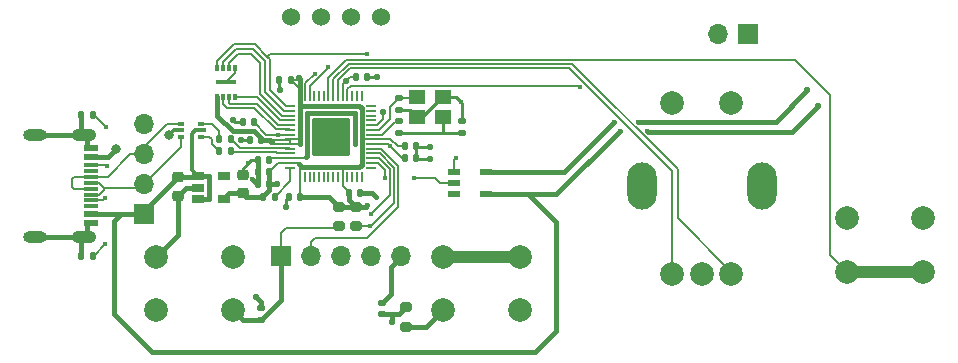
<source format=gbr>
%TF.GenerationSoftware,KiCad,Pcbnew,(7.0.0)*%
%TF.CreationDate,2023-06-29T16:26:30+02:00*%
%TF.ProjectId,V0_Display,56305f44-6973-4706-9c61-792e6b696361,rev?*%
%TF.SameCoordinates,Original*%
%TF.FileFunction,Copper,L2,Bot*%
%TF.FilePolarity,Positive*%
%FSLAX46Y46*%
G04 Gerber Fmt 4.6, Leading zero omitted, Abs format (unit mm)*
G04 Created by KiCad (PCBNEW (7.0.0)) date 2023-06-29 16:26:30*
%MOMM*%
%LPD*%
G01*
G04 APERTURE LIST*
G04 Aperture macros list*
%AMRoundRect*
0 Rectangle with rounded corners*
0 $1 Rounding radius*
0 $2 $3 $4 $5 $6 $7 $8 $9 X,Y pos of 4 corners*
0 Add a 4 corners polygon primitive as box body*
4,1,4,$2,$3,$4,$5,$6,$7,$8,$9,$2,$3,0*
0 Add four circle primitives for the rounded corners*
1,1,$1+$1,$2,$3*
1,1,$1+$1,$4,$5*
1,1,$1+$1,$6,$7*
1,1,$1+$1,$8,$9*
0 Add four rect primitives between the rounded corners*
20,1,$1+$1,$2,$3,$4,$5,0*
20,1,$1+$1,$4,$5,$6,$7,0*
20,1,$1+$1,$6,$7,$8,$9,0*
20,1,$1+$1,$8,$9,$2,$3,0*%
G04 Aperture macros list end*
%TA.AperFunction,SMDPad,CuDef*%
%ADD10RoundRect,0.140000X-0.140000X-0.170000X0.140000X-0.170000X0.140000X0.170000X-0.140000X0.170000X0*%
%TD*%
%TA.AperFunction,SMDPad,CuDef*%
%ADD11RoundRect,0.200000X-0.275000X0.200000X-0.275000X-0.200000X0.275000X-0.200000X0.275000X0.200000X0*%
%TD*%
%TA.AperFunction,ComponentPad*%
%ADD12C,2.000000*%
%TD*%
%TA.AperFunction,ComponentPad*%
%ADD13O,2.500000X4.000000*%
%TD*%
%TA.AperFunction,ComponentPad*%
%ADD14C,1.524000*%
%TD*%
%TA.AperFunction,SMDPad,CuDef*%
%ADD15RoundRect,0.135000X0.135000X0.185000X-0.135000X0.185000X-0.135000X-0.185000X0.135000X-0.185000X0*%
%TD*%
%TA.AperFunction,SMDPad,CuDef*%
%ADD16RoundRect,0.140000X0.140000X0.170000X-0.140000X0.170000X-0.140000X-0.170000X0.140000X-0.170000X0*%
%TD*%
%TA.AperFunction,SMDPad,CuDef*%
%ADD17RoundRect,0.135000X-0.135000X-0.185000X0.135000X-0.185000X0.135000X0.185000X-0.135000X0.185000X0*%
%TD*%
%TA.AperFunction,SMDPad,CuDef*%
%ADD18RoundRect,0.140000X-0.170000X0.140000X-0.170000X-0.140000X0.170000X-0.140000X0.170000X0.140000X0*%
%TD*%
%TA.AperFunction,SMDPad,CuDef*%
%ADD19RoundRect,0.140000X0.170000X-0.140000X0.170000X0.140000X-0.170000X0.140000X-0.170000X-0.140000X0*%
%TD*%
%TA.AperFunction,ComponentPad*%
%ADD20R,1.700000X1.700000*%
%TD*%
%TA.AperFunction,ComponentPad*%
%ADD21O,1.700000X1.700000*%
%TD*%
%TA.AperFunction,SMDPad,CuDef*%
%ADD22RoundRect,0.135000X0.185000X-0.135000X0.185000X0.135000X-0.185000X0.135000X-0.185000X-0.135000X0*%
%TD*%
%TA.AperFunction,SMDPad,CuDef*%
%ADD23RoundRect,0.200000X0.275000X-0.200000X0.275000X0.200000X-0.275000X0.200000X-0.275000X-0.200000X0*%
%TD*%
%TA.AperFunction,SMDPad,CuDef*%
%ADD24RoundRect,0.225000X-0.250000X0.225000X-0.250000X-0.225000X0.250000X-0.225000X0.250000X0.225000X0*%
%TD*%
%TA.AperFunction,SMDPad,CuDef*%
%ADD25R,1.060000X0.650000*%
%TD*%
%TA.AperFunction,SMDPad,CuDef*%
%ADD26R,1.050000X0.600000*%
%TD*%
%TA.AperFunction,SMDPad,CuDef*%
%ADD27R,0.500000X0.375000*%
%TD*%
%TA.AperFunction,SMDPad,CuDef*%
%ADD28R,0.650000X0.300000*%
%TD*%
%TA.AperFunction,SMDPad,CuDef*%
%ADD29RoundRect,0.225000X0.250000X-0.225000X0.250000X0.225000X-0.250000X0.225000X-0.250000X-0.225000X0*%
%TD*%
%TA.AperFunction,SMDPad,CuDef*%
%ADD30R,0.300000X0.600000*%
%TD*%
%TA.AperFunction,SMDPad,CuDef*%
%ADD31R,1.700000X0.300000*%
%TD*%
%TA.AperFunction,SMDPad,CuDef*%
%ADD32RoundRect,0.050000X0.050000X-0.387500X0.050000X0.387500X-0.050000X0.387500X-0.050000X-0.387500X0*%
%TD*%
%TA.AperFunction,SMDPad,CuDef*%
%ADD33RoundRect,0.050000X0.387500X-0.050000X0.387500X0.050000X-0.387500X0.050000X-0.387500X-0.050000X0*%
%TD*%
%TA.AperFunction,ComponentPad*%
%ADD34C,0.600000*%
%TD*%
%TA.AperFunction,SMDPad,CuDef*%
%ADD35RoundRect,0.144000X1.456000X-1.456000X1.456000X1.456000X-1.456000X1.456000X-1.456000X-1.456000X0*%
%TD*%
%TA.AperFunction,SMDPad,CuDef*%
%ADD36RoundRect,0.147500X0.147500X0.172500X-0.147500X0.172500X-0.147500X-0.172500X0.147500X-0.172500X0*%
%TD*%
%TA.AperFunction,SMDPad,CuDef*%
%ADD37R,1.400000X1.200000*%
%TD*%
%TA.AperFunction,SMDPad,CuDef*%
%ADD38R,1.150000X0.600000*%
%TD*%
%TA.AperFunction,SMDPad,CuDef*%
%ADD39R,1.150000X0.300000*%
%TD*%
%TA.AperFunction,ComponentPad*%
%ADD40O,2.100000X1.050000*%
%TD*%
%TA.AperFunction,ComponentPad*%
%ADD41O,2.000000X1.000000*%
%TD*%
%TA.AperFunction,ViaPad*%
%ADD42C,0.400000*%
%TD*%
%TA.AperFunction,ViaPad*%
%ADD43C,0.550000*%
%TD*%
%TA.AperFunction,ViaPad*%
%ADD44C,0.800000*%
%TD*%
%TA.AperFunction,Conductor*%
%ADD45C,0.200000*%
%TD*%
%TA.AperFunction,Conductor*%
%ADD46C,0.400000*%
%TD*%
%TA.AperFunction,Conductor*%
%ADD47C,0.250000*%
%TD*%
%TA.AperFunction,Conductor*%
%ADD48C,0.300000*%
%TD*%
%TA.AperFunction,Conductor*%
%ADD49C,1.000000*%
%TD*%
G04 APERTURE END LIST*
D10*
%TO.P,C10,1*%
%TO.N,3.3V*%
X107750000Y-67000000D03*
%TO.P,C10,2*%
%TO.N,GND*%
X106790000Y-67000000D03*
%TD*%
D11*
%TO.P,R1,1*%
%TO.N,Net-(SW5-B)*%
X119360000Y-79085000D03*
%TO.P,R1,2*%
%TO.N,GND*%
X119360000Y-77435000D03*
%TD*%
D12*
%TO.P,SW6,1,A*%
%TO.N,GND*%
X156670000Y-69900000D03*
X163170000Y-69900000D03*
%TO.P,SW6,2,B*%
%TO.N,Kill_Switch*%
X156670000Y-74400000D03*
X163170000Y-74400000D03*
%TD*%
%TO.P,SW7,A,A*%
%TO.N,Encoder_A*%
X141920000Y-74650000D03*
%TO.P,SW7,B,B*%
%TO.N,Encoder_B*%
X146920000Y-74650000D03*
%TO.P,SW7,C,C*%
%TO.N,GND*%
X144420000Y-74650000D03*
D13*
%TO.P,SW7,MP,MP*%
X139339999Y-67149999D03*
X149499999Y-67149999D03*
D12*
%TO.P,SW7,S1,S1*%
%TO.N,Encoder_Switch*%
X141920000Y-60150000D03*
%TO.P,SW7,S2,S2*%
%TO.N,GND*%
X146920000Y-60150000D03*
%TD*%
D14*
%TO.P,J2,1,Pin_1*%
%TO.N,GND*%
X109660000Y-52850000D03*
%TO.P,J2,2,Pin_2*%
%TO.N,3.3V*%
X112200000Y-52850000D03*
%TO.P,J2,3,Pin_3*%
%TO.N,SCL*%
X114740000Y-52850000D03*
%TO.P,J2,4,Pin_4*%
%TO.N,SDA*%
X117280000Y-52850000D03*
%TD*%
D10*
%TO.P,C12,1*%
%TO.N,3.3V*%
X109600000Y-58150000D03*
%TO.P,C12,2*%
%TO.N,GND*%
X108640000Y-58150000D03*
%TD*%
D15*
%TO.P,R5,1*%
%TO.N,GND*%
X91810000Y-73050000D03*
%TO.P,R5,2*%
%TO.N,Net-(J4-CC1)*%
X92830000Y-73050000D03*
%TD*%
D16*
%TO.P,C11,1*%
%TO.N,3.3V*%
X119290000Y-63800000D03*
%TO.P,C11,2*%
%TO.N,GND*%
X120250000Y-63800000D03*
%TD*%
D10*
%TO.P,C14,1*%
%TO.N,3.3V*%
X110400000Y-68050000D03*
%TO.P,C14,2*%
%TO.N,GND*%
X109440000Y-68050000D03*
%TD*%
D17*
%TO.P,R6,1*%
%TO.N,Net-(J4-CC2)*%
X92830000Y-61150000D03*
%TO.P,R6,2*%
%TO.N,GND*%
X91810000Y-61150000D03*
%TD*%
D18*
%TO.P,C8,1*%
%TO.N,RUN*%
X107080000Y-78470000D03*
%TO.P,C8,2*%
%TO.N,GND*%
X107080000Y-77510000D03*
%TD*%
D10*
%TO.P,C9,1*%
%TO.N,1.1V*%
X107750000Y-64950000D03*
%TO.P,C9,2*%
%TO.N,GND*%
X106790000Y-64950000D03*
%TD*%
D19*
%TO.P,C5,1*%
%TO.N,3.3V*%
X117320000Y-77070000D03*
%TO.P,C5,2*%
%TO.N,GND*%
X117320000Y-78030000D03*
%TD*%
D10*
%TO.P,C7,1*%
%TO.N,1.1V*%
X106500000Y-61750000D03*
%TO.P,C7,2*%
%TO.N,GND*%
X105540000Y-61750000D03*
%TD*%
%TO.P,C16,1*%
%TO.N,3.3V*%
X107750000Y-66000000D03*
%TO.P,C16,2*%
%TO.N,GND*%
X106790000Y-66000000D03*
%TD*%
%TO.P,C17,1*%
%TO.N,3.3V*%
X107100000Y-63250000D03*
%TO.P,C17,2*%
%TO.N,GND*%
X106140000Y-63250000D03*
%TD*%
D16*
%TO.P,C13,1*%
%TO.N,3.3V*%
X115140000Y-57950000D03*
%TO.P,C13,2*%
%TO.N,GND*%
X116100000Y-57950000D03*
%TD*%
%TO.P,C6,1*%
%TO.N,1.1V*%
X119290000Y-64800000D03*
%TO.P,C6,2*%
%TO.N,GND*%
X120250000Y-64800000D03*
%TD*%
%TO.P,C15,1*%
%TO.N,3.3V*%
X114540000Y-67750000D03*
%TO.P,C15,2*%
%TO.N,GND*%
X115500000Y-67750000D03*
%TD*%
D20*
%TO.P,J3,1,Pin_1*%
%TO.N,RUN*%
X108794999Y-73119999D03*
D21*
%TO.P,J3,2,Pin_2*%
%TO.N,SWDCLK*%
X111334999Y-73119999D03*
%TO.P,J3,3,Pin_3*%
%TO.N,GND*%
X113874999Y-73119999D03*
%TO.P,J3,4,Pin_4*%
%TO.N,SWDIO*%
X116414999Y-73119999D03*
%TO.P,J3,5,Pin_5*%
%TO.N,3.3V*%
X118954999Y-73119999D03*
%TD*%
D22*
%TO.P,R2,2*%
%TO.N,Net-(C4-Pad1)*%
X118750000Y-62670000D03*
%TO.P,R2,1*%
%TO.N,OSC_OUT*%
X118750000Y-61650000D03*
%TD*%
D23*
%TO.P,R3,1*%
%TO.N,3.3V*%
X115150000Y-68925000D03*
%TO.P,R3,2*%
%TO.N,SWDIO*%
X115150000Y-70575000D03*
%TD*%
D12*
%TO.P,SW5,1,A*%
%TO.N,QSPI_SS*%
X128975000Y-73145000D03*
X122475000Y-73145000D03*
%TO.P,SW5,2,B*%
%TO.N,Net-(SW5-B)*%
X128975000Y-77645000D03*
X122475000Y-77645000D03*
%TD*%
D24*
%TO.P,C2,1*%
%TO.N,3.3V*%
X105520000Y-67750000D03*
%TO.P,C2,2*%
%TO.N,GND*%
X105520000Y-66200000D03*
%TD*%
D18*
%TO.P,C3,2*%
%TO.N,OSC_IN*%
X118760000Y-59740000D03*
%TO.P,C3,1*%
%TO.N,GND*%
X118760000Y-60700000D03*
%TD*%
%TO.P,C4,2*%
%TO.N,GND*%
X124070000Y-61680000D03*
%TO.P,C4,1*%
%TO.N,Net-(C4-Pad1)*%
X124070000Y-62640000D03*
%TD*%
D25*
%TO.P,U1,1,VIN*%
%TO.N,VBUS*%
X101719999Y-68244999D03*
%TO.P,U1,2,GND*%
%TO.N,GND*%
X101719999Y-67294999D03*
%TO.P,U1,3,EN*%
%TO.N,VBUS*%
X101719999Y-66344999D03*
%TO.P,U1,4,NC*%
%TO.N,unconnected-(U1-NC-Pad4)*%
X103919999Y-66344999D03*
%TO.P,U1,5,VOUT*%
%TO.N,3.3V*%
X103919999Y-68244999D03*
%TD*%
D26*
%TO.P,U3,1,1*%
%TO.N,unconnected-(U3-Pad1)*%
X123459999Y-67849999D03*
%TO.P,U3,2*%
%TO.N,NeoPixel*%
X123459999Y-66899999D03*
%TO.P,U3,3,GND*%
%TO.N,GND*%
X123459999Y-65949999D03*
%TO.P,U3,4*%
%TO.N,Net-(D1-DIN)*%
X126159999Y-65949999D03*
%TO.P,U3,5,VCC*%
%TO.N,VBUS*%
X126159999Y-67849999D03*
%TD*%
D27*
%TO.P,U2,1,I/O1*%
%TO.N,D-*%
X100344999Y-62987499D03*
D28*
%TO.P,U2,2,GND*%
%TO.N,GND*%
X100269999Y-62449999D03*
D27*
%TO.P,U2,3,I/O2*%
%TO.N,D+*%
X100344999Y-61912499D03*
%TO.P,U2,4,I/O2*%
%TO.N,OUT_D+*%
X102044999Y-61912499D03*
D28*
%TO.P,U2,5,VBUS*%
%TO.N,VBUS*%
X102119999Y-62449999D03*
D27*
%TO.P,U2,6,I/O1*%
%TO.N,OUT_D-*%
X102044999Y-62987499D03*
%TD*%
D20*
%TO.P,J8,1,Pin_1*%
%TO.N,Net-(D1-DOUT)*%
X148299999Y-54259999D03*
D21*
%TO.P,J8,2,Pin_2*%
%TO.N,GND*%
X145759999Y-54259999D03*
%TD*%
D29*
%TO.P,C1,1*%
%TO.N,VBUS*%
X100070000Y-66430000D03*
%TO.P,C1,2*%
%TO.N,GND*%
X100070000Y-67980000D03*
%TD*%
D20*
%TO.P,J7,1,Pin_1*%
%TO.N,VBUS*%
X97219999Y-69549999D03*
D21*
%TO.P,J7,2,Pin_2*%
%TO.N,D-*%
X97219999Y-67009999D03*
%TO.P,J7,3,Pin_3*%
%TO.N,D+*%
X97219999Y-64469999D03*
%TO.P,J7,4,Pin_4*%
%TO.N,GND*%
X97219999Y-61929999D03*
%TD*%
D30*
%TO.P,U4,1,~{CS}*%
%TO.N,QSPI_SS*%
X103379999Y-57127499D03*
%TO.P,U4,2,DO/IO1*%
%TO.N,QSPI_SD1*%
X103879999Y-57127499D03*
%TO.P,U4,3,~{WP~{/IO2}*%
%TO.N,QSPI_SD2*%
X104379999Y-57127499D03*
%TO.P,U4,4,GND*%
%TO.N,GND*%
X104879999Y-57127499D03*
%TO.P,U4,5,DI/IO0*%
%TO.N,QSPI_SD0*%
X104879999Y-59627499D03*
%TO.P,U4,6,CLK*%
%TO.N,QSPI_SCLK*%
X104379999Y-59627499D03*
%TO.P,U4,7,~{HOLD~{/~{RESET~{/IO3}*%
%TO.N,QSPI_SD3*%
X103879999Y-59627499D03*
%TO.P,U4,8,VCC*%
%TO.N,3.3V*%
X103379999Y-59627499D03*
D31*
%TO.P,U4,9,EXP*%
%TO.N,GND*%
X104129999Y-58377499D03*
%TD*%
D12*
%TO.P,SW1,1,1*%
%TO.N,GND*%
X104720000Y-73145000D03*
X98220000Y-73145000D03*
%TO.P,SW1,2,2*%
%TO.N,RUN*%
X104720000Y-77645000D03*
X98220000Y-77645000D03*
%TD*%
D17*
%TO.P,R7,1*%
%TO.N,Net-(U5-USB_DP)*%
X104560000Y-63190000D03*
%TO.P,R7,2*%
%TO.N,OUT_D+*%
X103540000Y-63190000D03*
%TD*%
D32*
%TO.P,U5,1,IOVDD*%
%TO.N,3.3V*%
X110400000Y-59562500D03*
%TO.P,U5,2,GPIO0*%
%TO.N,SDA*%
X110800000Y-59562500D03*
%TO.P,U5,3,GPIO1*%
%TO.N,SCL*%
X111200000Y-59562500D03*
%TO.P,U5,4,GPIO2*%
%TO.N,unconnected-(U5-GPIO2-Pad4)*%
X111600000Y-59562500D03*
%TO.P,U5,5,GPIO3*%
%TO.N,unconnected-(U5-GPIO3-Pad5)*%
X112000000Y-59562500D03*
%TO.P,U5,6,GPIO4*%
%TO.N,unconnected-(U5-GPIO4-Pad6)*%
X112400000Y-59562500D03*
%TO.P,U5,7,GPIO5*%
%TO.N,Kill_Switch*%
X112800000Y-59562500D03*
%TO.P,U5,8,GPIO6*%
%TO.N,Encoder_B*%
X113200000Y-59562500D03*
%TO.P,U5,9,GPIO7*%
%TO.N,Encoder_A*%
X113600000Y-59562500D03*
%TO.P,U5,10,IOVDD*%
%TO.N,3.3V*%
X114000000Y-59562500D03*
%TO.P,U5,11,GPIO8*%
%TO.N,Encoder_Switch*%
X114400000Y-59562500D03*
%TO.P,U5,12,GPIO9*%
%TO.N,unconnected-(U5-GPIO9-Pad12)*%
X114800000Y-59562500D03*
%TO.P,U5,13,GPIO10*%
%TO.N,unconnected-(U5-GPIO10-Pad13)*%
X115200000Y-59562500D03*
%TO.P,U5,14,GPIO11*%
%TO.N,unconnected-(U5-GPIO11-Pad14)*%
X115600000Y-59562500D03*
D33*
%TO.P,U5,15,GPIO12*%
%TO.N,unconnected-(U5-GPIO12-Pad15)*%
X116437500Y-60400000D03*
%TO.P,U5,16,GPIO13*%
%TO.N,unconnected-(U5-GPIO13-Pad16)*%
X116437500Y-60800000D03*
%TO.P,U5,17,GPIO14*%
%TO.N,unconnected-(U5-GPIO14-Pad17)*%
X116437500Y-61200000D03*
%TO.P,U5,18,GPIO15*%
%TO.N,unconnected-(U5-GPIO15-Pad18)*%
X116437500Y-61600000D03*
%TO.P,U5,19,TESTEN*%
%TO.N,GND*%
X116437500Y-62000000D03*
%TO.P,U5,20,XIN*%
%TO.N,OSC_IN*%
X116437500Y-62400000D03*
%TO.P,U5,21,XOUT*%
%TO.N,OSC_OUT*%
X116437500Y-62800000D03*
%TO.P,U5,22,IOVDD*%
%TO.N,3.3V*%
X116437500Y-63200000D03*
%TO.P,U5,23,DVDD*%
%TO.N,1.1V*%
X116437500Y-63600000D03*
%TO.P,U5,24,SWCLK*%
%TO.N,SWDCLK*%
X116437500Y-64000000D03*
%TO.P,U5,25,SWD*%
%TO.N,SWDIO*%
X116437500Y-64400000D03*
%TO.P,U5,26,RUN*%
%TO.N,RUN*%
X116437500Y-64800000D03*
%TO.P,U5,27,GPIO16*%
%TO.N,NeoPixel*%
X116437500Y-65200000D03*
%TO.P,U5,28,GPIO17*%
%TO.N,unconnected-(U5-GPIO17-Pad28)*%
X116437500Y-65600000D03*
D32*
%TO.P,U5,29,GPIO18*%
%TO.N,unconnected-(U5-GPIO18-Pad29)*%
X115600000Y-66437500D03*
%TO.P,U5,30,GPIO19*%
%TO.N,unconnected-(U5-GPIO19-Pad30)*%
X115200000Y-66437500D03*
%TO.P,U5,31,GPIO20*%
%TO.N,unconnected-(U5-GPIO20-Pad31)*%
X114800000Y-66437500D03*
%TO.P,U5,32,GPIO21*%
%TO.N,unconnected-(U5-GPIO21-Pad32)*%
X114400000Y-66437500D03*
%TO.P,U5,33,IOVDD*%
%TO.N,3.3V*%
X114000000Y-66437500D03*
%TO.P,U5,34,GPIO22*%
%TO.N,unconnected-(U5-GPIO22-Pad34)*%
X113600000Y-66437500D03*
%TO.P,U5,35,GPIO23*%
%TO.N,unconnected-(U5-GPIO23-Pad35)*%
X113200000Y-66437500D03*
%TO.P,U5,36,GPIO24*%
%TO.N,unconnected-(U5-GPIO24-Pad36)*%
X112800000Y-66437500D03*
%TO.P,U5,37,GPIO25*%
%TO.N,unconnected-(U5-GPIO25-Pad37)*%
X112400000Y-66437500D03*
%TO.P,U5,38,GPIO26_ADC0*%
%TO.N,unconnected-(U5-GPIO26_ADC0-Pad38)*%
X112000000Y-66437500D03*
%TO.P,U5,39,GPIO27_ADC1*%
%TO.N,unconnected-(U5-GPIO27_ADC1-Pad39)*%
X111600000Y-66437500D03*
%TO.P,U5,40,GPIO28_ADC2*%
%TO.N,unconnected-(U5-GPIO28_ADC2-Pad40)*%
X111200000Y-66437500D03*
%TO.P,U5,41,GPIO29_ADC3*%
%TO.N,unconnected-(U5-GPIO29_ADC3-Pad41)*%
X110800000Y-66437500D03*
%TO.P,U5,42,IOVDD*%
%TO.N,3.3V*%
X110400000Y-66437500D03*
D33*
%TO.P,U5,43,ADC_AVDD*%
%TO.N,AVDD*%
X109562500Y-65600000D03*
%TO.P,U5,44,VREG_IN*%
%TO.N,3.3V*%
X109562500Y-65200000D03*
%TO.P,U5,45,VREG_VOUT*%
%TO.N,1.1V*%
X109562500Y-64800000D03*
%TO.P,U5,46,USB_DM*%
%TO.N,Net-(U5-USB_DM)*%
X109562500Y-64400000D03*
%TO.P,U5,47,USB_DP*%
%TO.N,Net-(U5-USB_DP)*%
X109562500Y-64000000D03*
%TO.P,U5,48,USB_VDD*%
%TO.N,3.3V*%
X109562500Y-63600000D03*
%TO.P,U5,49,IOVDD*%
X109562500Y-63200000D03*
%TO.P,U5,50,DVDD*%
%TO.N,1.1V*%
X109562500Y-62800000D03*
%TO.P,U5,51,QSPI_SD3*%
%TO.N,QSPI_SD3*%
X109562500Y-62400000D03*
%TO.P,U5,52,QSPI_SCLK*%
%TO.N,QSPI_SCLK*%
X109562500Y-62000000D03*
%TO.P,U5,53,QSPI_SD0*%
%TO.N,QSPI_SD0*%
X109562500Y-61600000D03*
%TO.P,U5,54,QSPI_SD2*%
%TO.N,QSPI_SD2*%
X109562500Y-61200000D03*
%TO.P,U5,55,QSPI_SD1*%
%TO.N,QSPI_SD1*%
X109562500Y-60800000D03*
%TO.P,U5,56,QSPI_SS*%
%TO.N,QSPI_SS*%
X109562500Y-60400000D03*
D34*
%TO.P,U5,57,GND*%
%TO.N,GND*%
X114275000Y-61725000D03*
X113000000Y-61725000D03*
X111725000Y-61725000D03*
X114275000Y-63000000D03*
X113000000Y-63000000D03*
D35*
X113000000Y-63000000D03*
D34*
X111725000Y-63000000D03*
X114275000Y-64275000D03*
X113000000Y-64275000D03*
X111725000Y-64275000D03*
%TD*%
D36*
%TO.P,L1,1*%
%TO.N,3.3V*%
X107285000Y-68050000D03*
%TO.P,L1,2*%
%TO.N,AVDD*%
X108255000Y-68050000D03*
%TD*%
D37*
%TO.P,Y1,4,4*%
%TO.N,GND*%
X122519999Y-59649999D03*
%TO.P,Y1,3,3*%
%TO.N,OSC_IN*%
X120319999Y-59649999D03*
%TO.P,Y1,2,2*%
%TO.N,GND*%
X120319999Y-61349999D03*
%TO.P,Y1,1,1*%
%TO.N,Net-(C4-Pad1)*%
X122519999Y-61349999D03*
%TD*%
D38*
%TO.P,J4,A1_B12,GND*%
%TO.N,GND*%
X92674999Y-70329999D03*
%TO.P,J4,A4_B9,VBUS*%
%TO.N,VBUS*%
X92674999Y-69529999D03*
D39*
%TO.P,J4,A5,CC1*%
%TO.N,Net-(J4-CC1)*%
X92674999Y-68379999D03*
%TO.P,J4,A6,DP1*%
%TO.N,D+*%
X92674999Y-67379999D03*
%TO.P,J4,A7,DN1*%
%TO.N,D-*%
X92674999Y-66879999D03*
%TO.P,J4,A8,SBU1*%
%TO.N,unconnected-(J4-SBU1-PadA8)*%
X92674999Y-65879999D03*
D38*
%TO.P,J4,B1_A12,GND*%
%TO.N,GND*%
X92674999Y-63929999D03*
%TO.P,J4,B4_A9,VBUS*%
%TO.N,VBUS*%
X92674999Y-64729999D03*
D39*
%TO.P,J4,B5,CC2*%
%TO.N,Net-(J4-CC2)*%
X92674999Y-65379999D03*
%TO.P,J4,B6,DP2*%
%TO.N,D+*%
X92674999Y-66379999D03*
%TO.P,J4,B7,DN2*%
%TO.N,D-*%
X92674999Y-67879999D03*
%TO.P,J4,B8,SBU2*%
%TO.N,unconnected-(J4-SBU2-PadB8)*%
X92674999Y-68879999D03*
D40*
%TO.P,J4,S1,SHELL_GND*%
%TO.N,GND*%
X92099999Y-71449999D03*
D41*
%TO.P,J4,S2,SHELL_GND*%
X87919999Y-71449999D03*
%TO.P,J4,S3,SHELL_GND*%
X87919999Y-62809999D03*
D40*
%TO.P,J4,S4,SHELL_GND*%
X92099999Y-62809999D03*
%TD*%
D23*
%TO.P,R4,1*%
%TO.N,3.3V*%
X113690000Y-68925000D03*
%TO.P,R4,2*%
%TO.N,RUN*%
X113690000Y-70575000D03*
%TD*%
D15*
%TO.P,R8,1*%
%TO.N,OUT_D-*%
X103520000Y-64190000D03*
%TO.P,R8,2*%
%TO.N,Net-(U5-USB_DM)*%
X104540000Y-64190000D03*
%TD*%
D42*
%TO.N,VBUS*%
X137450001Y-62499999D03*
X139800000Y-62500000D03*
%TO.N,Net-(D1-DIN)*%
X137000000Y-61700000D03*
X139000000Y-61700000D03*
%TO.N,1.1V*%
X115070000Y-63600000D03*
X117982155Y-63767845D03*
X110949999Y-62720001D03*
D43*
%TO.N,GND*%
X117400000Y-60900000D03*
D42*
%TO.N,3.3V*%
X116069998Y-68800000D03*
D43*
X114303886Y-58233886D03*
X110270000Y-58050000D03*
X108470000Y-66950000D03*
D42*
%TO.N,GND*%
X106320000Y-66600000D03*
%TO.N,Net-(J4-CC2)*%
X93970000Y-62200000D03*
%TO.N,Net-(J4-CC1)*%
X93870000Y-72100000D03*
D43*
%TO.N,GND*%
X106670000Y-76550000D03*
X118170000Y-78650000D03*
X109220000Y-68950000D03*
X121420000Y-64850000D03*
X121420000Y-63850000D03*
X116920000Y-57950000D03*
X108720000Y-59050000D03*
X104720000Y-61550000D03*
X105420000Y-63250000D03*
D42*
X116786976Y-68081875D03*
D44*
X99320000Y-62850000D03*
D42*
X124055000Y-60075000D03*
X123610000Y-64750000D03*
X105970000Y-65250000D03*
X104130000Y-58377500D03*
D43*
%TO.N,VBUS*%
X154250000Y-60350000D03*
D44*
X94820000Y-64050000D03*
D42*
%TO.N,SDA*%
X111620000Y-57640000D03*
%TO.N,SCL*%
X112767676Y-57117676D03*
%TO.N,SWDIO*%
X116330000Y-70560000D03*
%TO.N,NeoPixel*%
X117571498Y-66500000D03*
X120050000Y-66500000D03*
D43*
%TO.N,Net-(D1-DIN)*%
X153300000Y-59050000D03*
D42*
%TO.N,Encoder_Switch*%
X134081800Y-58738200D03*
%TO.N,RUN*%
X116370000Y-69550000D03*
D43*
%TO.N,3.3V*%
X108032823Y-63424371D03*
D42*
%TO.N,QSPI_SS*%
X116101499Y-55949999D03*
%TO.N,Net-(J4-CC2)*%
X94020000Y-65450000D03*
%TO.N,Net-(J4-CC1)*%
X93920000Y-68150000D03*
%TO.N,1.1V*%
X108520000Y-62800000D03*
%TD*%
D45*
%TO.N,OSC_IN*%
X118050000Y-60450000D02*
X118760000Y-59740000D01*
X118050000Y-61466876D02*
X118050000Y-60450000D01*
X117116876Y-62400000D02*
X118050000Y-61466876D01*
X116437500Y-62400000D02*
X117116876Y-62400000D01*
%TO.N,GND*%
X117400000Y-61499264D02*
X117400000Y-60900000D01*
X116899264Y-62000000D02*
X117400000Y-61499264D01*
X116437500Y-62000000D02*
X116899264Y-62000000D01*
%TO.N,OSC_OUT*%
X118650000Y-61750000D02*
X118750000Y-61650000D01*
X118414270Y-61750000D02*
X118650000Y-61750000D01*
%TO.N,3.3V*%
X118650000Y-63800000D02*
X119290000Y-63800000D01*
X118050000Y-63200000D02*
X118650000Y-63800000D01*
%TO.N,1.1V*%
X117814310Y-63600000D02*
X117982155Y-63767845D01*
%TO.N,3.3V*%
X116437500Y-63200000D02*
X118050000Y-63200000D01*
%TO.N,1.1V*%
X116437500Y-63600000D02*
X117814310Y-63600000D01*
X119014310Y-64800000D02*
X117982155Y-63767845D01*
X119290000Y-64800000D02*
X119014310Y-64800000D01*
%TO.N,3.3V*%
X114540000Y-67690000D02*
X114540000Y-67750000D01*
X114000000Y-67150000D02*
X114540000Y-67690000D01*
X114000000Y-66437500D02*
X114000000Y-67150000D01*
D46*
%TO.N,VBUS*%
X139850000Y-62550000D02*
X139800000Y-62500000D01*
X152050000Y-62550000D02*
X139850000Y-62550000D01*
X154250000Y-60350000D02*
X152050000Y-62550000D01*
X129690000Y-67850000D02*
X132100000Y-67850000D01*
X132100000Y-67850000D02*
X137450001Y-62499999D01*
D45*
%TO.N,Encoder_B*%
X146920000Y-74470000D02*
X146920000Y-74650000D01*
X142350000Y-69900000D02*
X146920000Y-74470000D01*
X142350000Y-65734315D02*
X142350000Y-69900000D01*
X133416184Y-56800499D02*
X142350000Y-65734315D01*
X114501248Y-56800499D02*
X133416184Y-56800499D01*
X113200000Y-59562500D02*
X113200000Y-58101747D01*
X113200000Y-58101747D02*
X114501248Y-56800499D01*
%TO.N,Encoder_A*%
X141920000Y-65870000D02*
X141920000Y-74650000D01*
X133200000Y-57150000D02*
X141920000Y-65870000D01*
X114646016Y-57150000D02*
X133200000Y-57150000D01*
X113600000Y-58196016D02*
X114646016Y-57150000D01*
X113600000Y-59562500D02*
X113600000Y-58196016D01*
D46*
%TO.N,Net-(D1-DIN)*%
X150650000Y-61700000D02*
X139000000Y-61700000D01*
X153300000Y-59050000D02*
X150650000Y-61700000D01*
X132750000Y-65950000D02*
X137000000Y-61700000D01*
X127389999Y-65950000D02*
X132750000Y-65950000D01*
D45*
%TO.N,Kill_Switch*%
X152270000Y-56450000D02*
X155250000Y-59430000D01*
X155250000Y-59430000D02*
X155250000Y-72980000D01*
X114321417Y-56450000D02*
X152270000Y-56450000D01*
X155250000Y-72980000D02*
X156670000Y-74400000D01*
X112800000Y-57971417D02*
X114321417Y-56450000D01*
X112800000Y-59562500D02*
X112800000Y-57971417D01*
D46*
%TO.N,1.1V*%
X110870000Y-64730000D02*
X110950000Y-64650000D01*
X115020000Y-60950000D02*
X110950000Y-60950000D01*
X115070000Y-61000000D02*
X115020000Y-60950000D01*
X110950000Y-60950000D02*
X110949999Y-62720001D01*
X115070000Y-63600000D02*
X115070000Y-61000000D01*
X110950000Y-64650000D02*
X110949999Y-62720001D01*
%TO.N,3.3V*%
X110350000Y-60350000D02*
X110350000Y-63600000D01*
D45*
%TO.N,1.1V*%
X110800000Y-64800000D02*
X110870000Y-64730000D01*
X109562500Y-64800000D02*
X110800000Y-64800000D01*
%TO.N,3.3V*%
X109562500Y-63200000D02*
X110350000Y-63200000D01*
X109562500Y-63600000D02*
X110350000Y-63600000D01*
X116437500Y-63200000D02*
X115620000Y-63200000D01*
D46*
X115620000Y-65350000D02*
X115620000Y-63200000D01*
X115620000Y-63200000D02*
X115620000Y-60550000D01*
D45*
X114000000Y-65580000D02*
X113970000Y-65550000D01*
X114000000Y-66437500D02*
X114000000Y-65580000D01*
D46*
X113970000Y-65550000D02*
X115420000Y-65550000D01*
X110575730Y-65550000D02*
X113970000Y-65550000D01*
D45*
X110400000Y-65725730D02*
X110575730Y-65550000D01*
X110400000Y-66437500D02*
X110400000Y-65725730D01*
X110225730Y-65200000D02*
X109562500Y-65200000D01*
X110325730Y-65300000D02*
X110225730Y-65200000D01*
D46*
X110575730Y-65550000D02*
X110325730Y-65300000D01*
X115420000Y-60350000D02*
X110350000Y-60350000D01*
X115620000Y-60550000D02*
X115420000Y-60350000D01*
X115420000Y-65550000D02*
X115620000Y-65350000D01*
X110350000Y-58130000D02*
X110350000Y-60350000D01*
X110270000Y-58050000D02*
X110350000Y-58130000D01*
D45*
X110400000Y-58950000D02*
X109600000Y-58150000D01*
X110400000Y-59562500D02*
X110400000Y-58950000D01*
X109600000Y-58150000D02*
X110170000Y-58150000D01*
X110170000Y-58150000D02*
X110270000Y-58050000D01*
%TO.N,SCL*%
X111200000Y-58695689D02*
X111200000Y-59562500D01*
X112767676Y-57128013D02*
X111200000Y-58695689D01*
%TO.N,SDA*%
X110800000Y-58460000D02*
X111620000Y-57640000D01*
%TO.N,SCL*%
X112767676Y-57117676D02*
X112767676Y-57128013D01*
%TO.N,SDA*%
X110800000Y-59562500D02*
X110800000Y-58460000D01*
%TO.N,RUN*%
X118020998Y-67899002D02*
X116370000Y-69550000D01*
X117081460Y-64800000D02*
X118020998Y-65739538D01*
X118020998Y-65739538D02*
X118020998Y-67899002D01*
X116437500Y-64800000D02*
X117081460Y-64800000D01*
D46*
%TO.N,GND*%
X116455101Y-67750000D02*
X116786976Y-68081875D01*
X115500000Y-67750000D02*
X116455101Y-67750000D01*
%TO.N,3.3V*%
X115945000Y-68925000D02*
X116069998Y-68800000D01*
X115150000Y-68925000D02*
X115945000Y-68925000D01*
D45*
X110400000Y-66437500D02*
X110400000Y-68050000D01*
X114303886Y-58233886D02*
X114587772Y-57950000D01*
X114000000Y-58537772D02*
X114303886Y-58233886D01*
D46*
X108420000Y-67000000D02*
X108470000Y-66950000D01*
X107750000Y-67000000D02*
X108420000Y-67000000D01*
%TO.N,GND*%
X106720000Y-67000000D02*
X106320000Y-66600000D01*
X106790000Y-67000000D02*
X106720000Y-67000000D01*
X106790000Y-67000000D02*
X106790000Y-64950000D01*
%TO.N,3.3V*%
X107285000Y-67996429D02*
X107285000Y-68050000D01*
X107750000Y-67531429D02*
X107285000Y-67996429D01*
X107750000Y-67000000D02*
X107750000Y-67531429D01*
X105820000Y-68050000D02*
X105520000Y-67750000D01*
X107285000Y-68050000D02*
X105820000Y-68050000D01*
D45*
%TO.N,AVDD*%
X109562500Y-66742500D02*
X109562500Y-65600000D01*
X108255000Y-68050000D02*
X109562500Y-66742500D01*
D46*
%TO.N,3.3V*%
X107750000Y-66000000D02*
X107750000Y-67000000D01*
D45*
X109562500Y-65200000D02*
X108550000Y-65200000D01*
X108550000Y-65200000D02*
X107750000Y-66000000D01*
D47*
%TO.N,GND*%
X105520000Y-65700000D02*
X105970000Y-65250000D01*
X105520000Y-66200000D02*
X105520000Y-65700000D01*
X106270000Y-64950000D02*
X105970000Y-65250000D01*
X106790000Y-64950000D02*
X106270000Y-64950000D01*
D45*
%TO.N,1.1V*%
X107900000Y-64800000D02*
X107750000Y-64950000D01*
X109562500Y-64800000D02*
X107900000Y-64800000D01*
D46*
%TO.N,3.3V*%
X114540000Y-68315000D02*
X114540000Y-67750000D01*
X115150000Y-68925000D02*
X114540000Y-68315000D01*
D45*
%TO.N,SWDCLK*%
X111670000Y-71570000D02*
X111335000Y-71905000D01*
X116075685Y-71570000D02*
X111670000Y-71570000D01*
X118720000Y-68925685D02*
X116075685Y-71570000D01*
X118720000Y-65450000D02*
X118720000Y-68925685D01*
X117270000Y-64000000D02*
X118720000Y-65450000D01*
X116437500Y-64000000D02*
X117270000Y-64000000D01*
%TO.N,NeoPixel*%
X117571498Y-65784308D02*
X117571498Y-66500000D01*
X116987190Y-65200000D02*
X117571498Y-65784308D01*
X116437500Y-65200000D02*
X116987190Y-65200000D01*
%TO.N,SWDIO*%
X116366061Y-70560000D02*
X118370499Y-68555562D01*
X116330000Y-70560000D02*
X116366061Y-70560000D01*
X118370499Y-68555562D02*
X118370499Y-65594769D01*
X118370499Y-65594769D02*
X117175730Y-64400000D01*
X117175730Y-64400000D02*
X116437500Y-64400000D01*
%TO.N,SWDCLK*%
X111335000Y-71905000D02*
X111335000Y-73120000D01*
D47*
%TO.N,GND*%
X120250000Y-64800000D02*
X120300000Y-64850000D01*
X120250000Y-64800000D02*
X120250000Y-63800000D01*
X120300000Y-64850000D02*
X121420000Y-64850000D01*
X120250000Y-63800000D02*
X120300000Y-63850000D01*
X120300000Y-63850000D02*
X121420000Y-63850000D01*
D46*
X91810000Y-62520000D02*
X92100000Y-62810000D01*
X91810000Y-61150000D02*
X91810000Y-62520000D01*
D45*
%TO.N,Net-(J4-CC2)*%
X92920000Y-61150000D02*
X93970000Y-62200000D01*
X92830000Y-61150000D02*
X92920000Y-61150000D01*
D46*
%TO.N,GND*%
X91810000Y-71740000D02*
X92100000Y-71450000D01*
X91810000Y-73050000D02*
X91810000Y-71740000D01*
D45*
%TO.N,Net-(J4-CC1)*%
X92830000Y-73050000D02*
X92920000Y-73050000D01*
X92920000Y-73050000D02*
X93870000Y-72100000D01*
D46*
%TO.N,GND*%
X107080000Y-77510000D02*
X107080000Y-76960000D01*
X107080000Y-76960000D02*
X106670000Y-76550000D01*
%TO.N,RUN*%
X107122965Y-78470000D02*
X108795000Y-76797965D01*
X108795000Y-76797965D02*
X108795000Y-73120000D01*
X107080000Y-78470000D02*
X107122965Y-78470000D01*
X105545000Y-78470000D02*
X107080000Y-78470000D01*
X104720000Y-77645000D02*
X105545000Y-78470000D01*
%TO.N,GND*%
X118170000Y-78030000D02*
X118170000Y-78650000D01*
X118170000Y-78030000D02*
X118765000Y-78030000D01*
X117320000Y-78030000D02*
X118170000Y-78030000D01*
X118765000Y-78030000D02*
X119360000Y-77435000D01*
%TO.N,Net-(SW5-B)*%
X119360000Y-79085000D02*
X121035000Y-79085000D01*
X121035000Y-79085000D02*
X122475000Y-77645000D01*
%TO.N,3.3V*%
X118070000Y-74005000D02*
X118955000Y-73120000D01*
X118070000Y-76320000D02*
X118070000Y-74005000D01*
X117320000Y-77070000D02*
X118070000Y-76320000D01*
D45*
%TO.N,Net-(U5-USB_DM)*%
X104650500Y-64300500D02*
X104540000Y-64190000D01*
X108354917Y-64300500D02*
X104650500Y-64300500D01*
X109562500Y-64400000D02*
X108454417Y-64400000D01*
X108454417Y-64400000D02*
X108354917Y-64300500D01*
%TO.N,Net-(U5-USB_DP)*%
X109513499Y-63950999D02*
X105320999Y-63950999D01*
X109562500Y-64000000D02*
X109513499Y-63950999D01*
X105320999Y-63950999D02*
X104560000Y-63190000D01*
D47*
%TO.N,GND*%
X109220000Y-68270000D02*
X109440000Y-68050000D01*
X109220000Y-68950000D02*
X109220000Y-68270000D01*
D45*
%TO.N,OSC_OUT*%
X117364270Y-62800000D02*
X118414270Y-61750000D01*
X116437500Y-62800000D02*
X117364270Y-62800000D01*
D47*
%TO.N,GND*%
X116100000Y-57950000D02*
X116920000Y-57950000D01*
X108640000Y-58150000D02*
X108640000Y-58970000D01*
X108640000Y-58970000D02*
X108720000Y-59050000D01*
D45*
%TO.N,3.3V*%
X114587772Y-57950000D02*
X115140000Y-57950000D01*
X114000000Y-59562500D02*
X114000000Y-58537772D01*
%TO.N,QSPI_SS*%
X107630686Y-56199314D02*
X107880000Y-55950000D01*
X107880000Y-55950000D02*
X116101499Y-55949999D01*
%TO.N,Encoder_Switch*%
X114720000Y-58650000D02*
X114400000Y-58970000D01*
X133993600Y-58650000D02*
X114720000Y-58650000D01*
X114400000Y-58970000D02*
X114400000Y-59562500D01*
X134081800Y-58738200D02*
X133993600Y-58650000D01*
D47*
%TO.N,GND*%
X104920000Y-61750000D02*
X104720000Y-61550000D01*
X105540000Y-61750000D02*
X104920000Y-61750000D01*
D45*
%TO.N,1.1V*%
X107550000Y-62800000D02*
X106500000Y-61750000D01*
X108520000Y-62800000D02*
X107550000Y-62800000D01*
D46*
%TO.N,3.3V*%
X106520000Y-62515000D02*
X107100000Y-63095000D01*
X104685000Y-62515000D02*
X106520000Y-62515000D01*
X103380000Y-61210000D02*
X104685000Y-62515000D01*
X103380000Y-59627500D02*
X103380000Y-61210000D01*
X107100000Y-63095000D02*
X107100000Y-63250000D01*
D45*
%TO.N,QSPI_SD3*%
X103880000Y-60243186D02*
X103880000Y-59627500D01*
X104186814Y-60550000D02*
X103880000Y-60243186D01*
X106517284Y-60550000D02*
X104186814Y-60550000D01*
X108317784Y-62350500D02*
X106517284Y-60550000D01*
X109513000Y-62350500D02*
X108317784Y-62350500D01*
X109562500Y-62400000D02*
X109513000Y-62350500D01*
D46*
%TO.N,3.3V*%
X107858452Y-63250000D02*
X108032823Y-63424371D01*
X107100000Y-63250000D02*
X107858452Y-63250000D01*
D47*
%TO.N,GND*%
X106140000Y-63250000D02*
X105420000Y-63250000D01*
D45*
%TO.N,3.3V*%
X109512500Y-63250000D02*
X108207194Y-63250000D01*
X109562500Y-63200000D02*
X109512500Y-63250000D01*
X108207194Y-63250000D02*
X108032823Y-63424371D01*
%TO.N,1.1V*%
X109565000Y-62800000D02*
X108520000Y-62800000D01*
%TO.N,3.3V*%
X108208452Y-63600000D02*
X108032823Y-63424371D01*
X109562500Y-63600000D02*
X108208452Y-63600000D01*
%TO.N,QSPI_SD0*%
X108698654Y-61600000D02*
X109562500Y-61600000D01*
X104880000Y-59627500D02*
X106726154Y-59627500D01*
%TO.N,QSPI_SCLK*%
X104380000Y-60127500D02*
X104380000Y-59627500D01*
%TO.N,QSPI_SD0*%
X106726154Y-59627500D02*
X108698654Y-61600000D01*
%TO.N,QSPI_SCLK*%
X106710469Y-60177500D02*
X104430000Y-60177500D01*
X104430000Y-60177500D02*
X104380000Y-60127500D01*
X109562500Y-62000000D02*
X108532969Y-62000000D01*
X108532969Y-62000000D02*
X106710469Y-60177500D01*
D46*
%TO.N,3.3V*%
X112815000Y-68050000D02*
X113690000Y-68925000D01*
X110400000Y-68050000D02*
X112815000Y-68050000D01*
D47*
%TO.N,GND*%
X122520000Y-59650000D02*
X123630000Y-59650000D01*
D46*
X92100000Y-62810000D02*
X87640000Y-62810000D01*
D48*
X99720000Y-62450000D02*
X99320000Y-62850000D01*
D46*
X92395000Y-70330000D02*
X92395000Y-71155000D01*
D45*
X123460000Y-64900000D02*
X123610000Y-64750000D01*
X104880000Y-57127500D02*
X104880000Y-57627500D01*
D47*
X120320000Y-61350000D02*
X120735000Y-61350000D01*
D46*
X100070000Y-67980000D02*
X100070000Y-71295000D01*
X92395000Y-71155000D02*
X92100000Y-71450000D01*
D47*
X118760000Y-60700000D02*
X119670000Y-60700000D01*
D46*
X92100000Y-71450000D02*
X87640000Y-71450000D01*
D47*
X124055000Y-60075000D02*
X124070000Y-60090000D01*
X124070000Y-60090000D02*
X124070000Y-61680000D01*
D46*
X100755000Y-67295000D02*
X100070000Y-67980000D01*
D47*
X119670000Y-60700000D02*
X120320000Y-61350000D01*
D46*
X92395000Y-63105000D02*
X92100000Y-62810000D01*
X92395000Y-63930000D02*
X92395000Y-63105000D01*
D45*
X104880000Y-57627500D02*
X104130000Y-58377500D01*
D48*
X100270000Y-62450000D02*
X99720000Y-62450000D01*
D45*
X123460000Y-65950000D02*
X123460000Y-64900000D01*
D47*
X120735000Y-61350000D02*
X122435000Y-59650000D01*
X122435000Y-59650000D02*
X122520000Y-59650000D01*
D46*
X101720000Y-67295000D02*
X100755000Y-67295000D01*
D47*
X123630000Y-59650000D02*
X124055000Y-60075000D01*
D46*
X100070000Y-71295000D02*
X98220000Y-73145000D01*
%TO.N,VBUS*%
X94140000Y-64730000D02*
X92395000Y-64730000D01*
X130290000Y-81210000D02*
X132070000Y-79430000D01*
X132070000Y-79430000D02*
X132070000Y-70230000D01*
X102650000Y-68245000D02*
X101720000Y-68245000D01*
X97880000Y-81210000D02*
X130290000Y-81210000D01*
X97220000Y-69550000D02*
X95720000Y-69550000D01*
X129690000Y-67850000D02*
X128240000Y-67850000D01*
X95220000Y-69550000D02*
X94670000Y-70100000D01*
D48*
X101520000Y-62450000D02*
X101220000Y-62750000D01*
D46*
X102715000Y-66345000D02*
X102715000Y-68180000D01*
D48*
X102120000Y-62450000D02*
X101520000Y-62450000D01*
X101220000Y-62750000D02*
X101220000Y-65845000D01*
D46*
X102715000Y-68180000D02*
X102650000Y-68245000D01*
X94670000Y-70100000D02*
X94670000Y-78000000D01*
X132070000Y-70230000D02*
X129690000Y-67850000D01*
X100070000Y-66430000D02*
X97220000Y-69280000D01*
X95720000Y-69550000D02*
X95220000Y-69550000D01*
X128240000Y-67850000D02*
X126160000Y-67850000D01*
X101635000Y-66430000D02*
X101720000Y-66345000D01*
X100070000Y-66430000D02*
X101635000Y-66430000D01*
X94820000Y-64050000D02*
X94140000Y-64730000D01*
X97220000Y-69280000D02*
X97220000Y-69550000D01*
X94670000Y-78000000D02*
X97880000Y-81210000D01*
X101720000Y-66345000D02*
X102715000Y-66345000D01*
X92415000Y-69550000D02*
X95720000Y-69550000D01*
D48*
X101220000Y-65845000D02*
X101720000Y-66345000D01*
D45*
%TO.N,D+*%
X92395000Y-66380000D02*
X94110000Y-66380000D01*
X100345000Y-61912500D02*
X99157500Y-61912500D01*
X91120000Y-66550000D02*
X91290000Y-66380000D01*
X94110000Y-66380000D02*
X96020000Y-64470000D01*
X91250000Y-67380000D02*
X91120000Y-67250000D01*
X92395000Y-67380000D02*
X91250000Y-67380000D01*
X97220000Y-63850000D02*
X97220000Y-64470000D01*
X96020000Y-64470000D02*
X97220000Y-64470000D01*
X91120000Y-67250000D02*
X91120000Y-66550000D01*
X91290000Y-66380000D02*
X92395000Y-66380000D01*
X99157500Y-61912500D02*
X97220000Y-63850000D01*
%TO.N,D-*%
X92395000Y-66880000D02*
X93400000Y-66880000D01*
X96880000Y-67350000D02*
X93912893Y-67350000D01*
X100345000Y-63885000D02*
X97220000Y-67010000D01*
X100345000Y-62987500D02*
X100345000Y-63885000D01*
X97220000Y-67010000D02*
X96880000Y-67350000D01*
X93400000Y-66880000D02*
X93891446Y-67371447D01*
X93382893Y-67880000D02*
X92395000Y-67880000D01*
X93891446Y-67371447D02*
X93382893Y-67880000D01*
%TO.N,SWDIO*%
X116330000Y-70560000D02*
X116315000Y-70575000D01*
X116315000Y-70575000D02*
X115150000Y-70575000D01*
D49*
%TO.N,Kill_Switch*%
X163170000Y-74400000D02*
X156670000Y-74400000D01*
D45*
%TO.N,NeoPixel*%
X121840000Y-66500000D02*
X122240000Y-66900000D01*
X120050000Y-66500000D02*
X121840000Y-66500000D01*
X122240000Y-66900000D02*
X123460000Y-66900000D01*
D46*
%TO.N,Net-(D1-DIN)*%
X126160000Y-65950000D02*
X127389999Y-65950000D01*
D45*
%TO.N,OSC_IN*%
X118760000Y-59740000D02*
X120230000Y-59740000D01*
X120230000Y-59740000D02*
X120320000Y-59650000D01*
D47*
%TO.N,Net-(C4-Pad1)*%
X122520000Y-61350000D02*
X122520000Y-62610000D01*
X124070000Y-62640000D02*
X122490000Y-62640000D01*
X122490000Y-62640000D02*
X118780000Y-62640000D01*
X122520000Y-62610000D02*
X122490000Y-62640000D01*
D45*
%TO.N,RUN*%
X108790000Y-71100000D02*
X108795000Y-71105000D01*
X108795000Y-71105000D02*
X108795000Y-73120000D01*
X113560000Y-70705000D02*
X109185000Y-70705000D01*
X113690000Y-70575000D02*
X113560000Y-70705000D01*
X109185000Y-70705000D02*
X108790000Y-71100000D01*
D46*
%TO.N,3.3V*%
X115150000Y-68925000D02*
X113690000Y-68925000D01*
X104415000Y-67750000D02*
X103920000Y-68245000D01*
X105520000Y-67750000D02*
X104415000Y-67750000D01*
D45*
X109562500Y-63200000D02*
X109562500Y-63600000D01*
%TO.N,QSPI_SS*%
X104797500Y-55160000D02*
X103380000Y-56577500D01*
X107820000Y-59024288D02*
X107820000Y-56388628D01*
X103380000Y-56577500D02*
X103380000Y-57127500D01*
X107630686Y-56199314D02*
X106591371Y-55160000D01*
X107820000Y-56388628D02*
X107630686Y-56199314D01*
X109562500Y-60400000D02*
X109195711Y-60400000D01*
X106591371Y-55160000D02*
X104797500Y-55160000D01*
X109195711Y-60400000D02*
X107820000Y-59024288D01*
D49*
X128975000Y-73145000D02*
X122475000Y-73145000D01*
D45*
%TO.N,Net-(J4-CC2)*%
X93950000Y-65380000D02*
X92395000Y-65380000D01*
X94020000Y-65450000D02*
X93950000Y-65380000D01*
%TO.N,OUT_D+*%
X102972500Y-61912500D02*
X102045000Y-61912500D01*
X103540000Y-62480000D02*
X102972500Y-61912500D01*
X103540000Y-63190000D02*
X103540000Y-62480000D01*
%TO.N,OUT_D-*%
X102707500Y-62987500D02*
X102910000Y-63190000D01*
X102910000Y-63580000D02*
X103520000Y-64190000D01*
X102910000Y-63190000D02*
X102910000Y-63580000D01*
X102045000Y-62987500D02*
X102707500Y-62987500D01*
%TO.N,QSPI_SD2*%
X105130000Y-55960000D02*
X104380000Y-56710000D01*
X107020000Y-59355660D02*
X107020000Y-56720000D01*
X104380000Y-56710000D02*
X104380000Y-57127500D01*
X109562500Y-61200000D02*
X108864339Y-61200000D01*
X108864339Y-61200000D02*
X107020000Y-59355660D01*
X106260000Y-55960000D02*
X105130000Y-55960000D01*
X107020000Y-56720000D02*
X106260000Y-55960000D01*
%TO.N,QSPI_SD1*%
X107420000Y-56554314D02*
X106425685Y-55560000D01*
X106425685Y-55560000D02*
X104963186Y-55560000D01*
X107420000Y-59189974D02*
X107420000Y-56554314D01*
X109030025Y-60800000D02*
X107420000Y-59189974D01*
X109562500Y-60800000D02*
X109030025Y-60800000D01*
X103880000Y-56643186D02*
X103880000Y-57127500D01*
X104963186Y-55560000D02*
X103880000Y-56643186D01*
%TO.N,Net-(J4-CC1)*%
X93920000Y-68150000D02*
X93690000Y-68380000D01*
X93690000Y-68380000D02*
X92395000Y-68380000D01*
%TD*%
M02*

</source>
